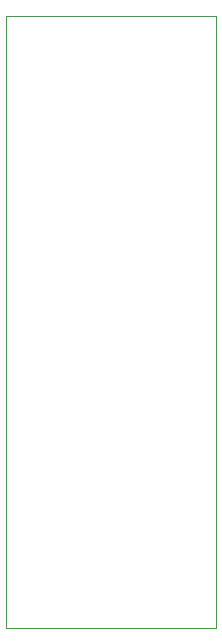
<source format=gm1>
G04 #@! TF.GenerationSoftware,KiCad,Pcbnew,(6.0.0)*
G04 #@! TF.CreationDate,2023-01-29T20:36:38-05:00*
G04 #@! TF.ProjectId,tms7000 28 pin adapter,746d7337-3030-4302-9032-382070696e20,rev?*
G04 #@! TF.SameCoordinates,Original*
G04 #@! TF.FileFunction,Profile,NP*
%FSLAX46Y46*%
G04 Gerber Fmt 4.6, Leading zero omitted, Abs format (unit mm)*
G04 Created by KiCad (PCBNEW (6.0.0)) date 2023-01-29 20:36:38*
%MOMM*%
%LPD*%
G01*
G04 APERTURE LIST*
G04 #@! TA.AperFunction,Profile*
%ADD10C,0.100000*%
G04 #@! TD*
G04 APERTURE END LIST*
D10*
X132080000Y-102870000D02*
X132080000Y-51054000D01*
X114300000Y-102870000D02*
X114300000Y-51054000D01*
X114300000Y-51054000D02*
X132080000Y-51054000D01*
X131826000Y-102870000D02*
X114300000Y-102870000D01*
X131826000Y-102870000D02*
X132080000Y-102870000D01*
M02*

</source>
